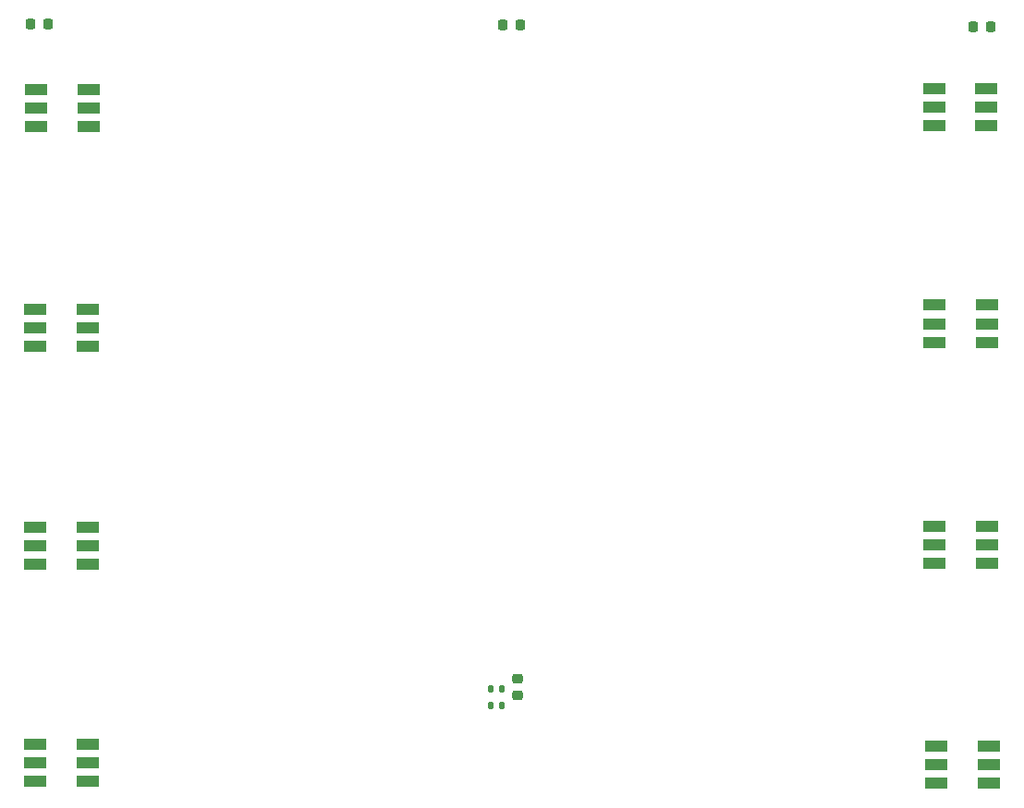
<source format=gbr>
%TF.GenerationSoftware,KiCad,Pcbnew,7.0.10-7.0.10~ubuntu22.04.1*%
%TF.CreationDate,2025-06-15T10:20:50+07:00*%
%TF.ProjectId,servermon,73657276-6572-46d6-9f6e-2e6b69636164,rev?*%
%TF.SameCoordinates,Original*%
%TF.FileFunction,Paste,Top*%
%TF.FilePolarity,Positive*%
%FSLAX46Y46*%
G04 Gerber Fmt 4.6, Leading zero omitted, Abs format (unit mm)*
G04 Created by KiCad (PCBNEW 7.0.10-7.0.10~ubuntu22.04.1) date 2025-06-15 10:20:50*
%MOMM*%
%LPD*%
G01*
G04 APERTURE LIST*
G04 Aperture macros list*
%AMRoundRect*
0 Rectangle with rounded corners*
0 $1 Rounding radius*
0 $2 $3 $4 $5 $6 $7 $8 $9 X,Y pos of 4 corners*
0 Add a 4 corners polygon primitive as box body*
4,1,4,$2,$3,$4,$5,$6,$7,$8,$9,$2,$3,0*
0 Add four circle primitives for the rounded corners*
1,1,$1+$1,$2,$3*
1,1,$1+$1,$4,$5*
1,1,$1+$1,$6,$7*
1,1,$1+$1,$8,$9*
0 Add four rect primitives between the rounded corners*
20,1,$1+$1,$2,$3,$4,$5,0*
20,1,$1+$1,$4,$5,$6,$7,0*
20,1,$1+$1,$6,$7,$8,$9,0*
20,1,$1+$1,$8,$9,$2,$3,0*%
G04 Aperture macros list end*
%ADD10RoundRect,0.218750X0.218750X0.256250X-0.218750X0.256250X-0.218750X-0.256250X0.218750X-0.256250X0*%
%ADD11RoundRect,0.218750X-0.218750X-0.256250X0.218750X-0.256250X0.218750X0.256250X-0.218750X0.256250X0*%
%ADD12RoundRect,0.135000X0.135000X0.185000X-0.135000X0.185000X-0.135000X-0.185000X0.135000X-0.185000X0*%
%ADD13R,2.000000X1.100000*%
%ADD14RoundRect,0.225000X0.250000X-0.225000X0.250000X0.225000X-0.250000X0.225000X-0.250000X-0.225000X0*%
G04 APERTURE END LIST*
D10*
%TO.C,D9*%
X87274600Y-74523600D03*
X85699600Y-74523600D03*
%TD*%
D11*
%TO.C,D11*%
X172050000Y-74726800D03*
X173625000Y-74726800D03*
%TD*%
%TO.C,D10*%
X128945100Y-74625200D03*
X130520100Y-74625200D03*
%TD*%
D12*
%TO.C,R2*%
X128830800Y-137007600D03*
X127810800Y-137007600D03*
%TD*%
%TO.C,R1*%
X128830800Y-135432800D03*
X127810800Y-135432800D03*
%TD*%
D13*
%TO.C,D1*%
X86169200Y-80521600D03*
X86169200Y-82221600D03*
X86169200Y-83921600D03*
X90969200Y-83921600D03*
X90969200Y-82221600D03*
X90969200Y-80521600D03*
%TD*%
%TO.C,D7*%
X173431200Y-144068800D03*
X173431200Y-142368800D03*
X173431200Y-140668800D03*
X168631200Y-140668800D03*
X168631200Y-142368800D03*
X168631200Y-144068800D03*
%TD*%
%TO.C,D5*%
X173252800Y-83792800D03*
X173252800Y-82092800D03*
X173252800Y-80392800D03*
X168452800Y-80392800D03*
X168452800Y-82092800D03*
X168452800Y-83792800D03*
%TD*%
%TO.C,D4*%
X86118400Y-140567200D03*
X86118400Y-142267200D03*
X86118400Y-143967200D03*
X90918400Y-143967200D03*
X90918400Y-142267200D03*
X90918400Y-140567200D03*
%TD*%
%TO.C,D3*%
X86118400Y-120602800D03*
X86118400Y-122302800D03*
X86118400Y-124002800D03*
X90918400Y-124002800D03*
X90918400Y-122302800D03*
X90918400Y-120602800D03*
%TD*%
%TO.C,D6*%
X173278800Y-103679200D03*
X173278800Y-101979200D03*
X173278800Y-100279200D03*
X168478800Y-100279200D03*
X168478800Y-101979200D03*
X168478800Y-103679200D03*
%TD*%
%TO.C,D8*%
X173303600Y-123924800D03*
X173303600Y-122224800D03*
X173303600Y-120524800D03*
X168503600Y-120524800D03*
X168503600Y-122224800D03*
X168503600Y-123924800D03*
%TD*%
%TO.C,D2*%
X86106000Y-100662000D03*
X86106000Y-102362000D03*
X86106000Y-104062000D03*
X90906000Y-104062000D03*
X90906000Y-102362000D03*
X90906000Y-100662000D03*
%TD*%
D14*
%TO.C,C1*%
X130302000Y-136093200D03*
X130302000Y-134543200D03*
%TD*%
M02*

</source>
